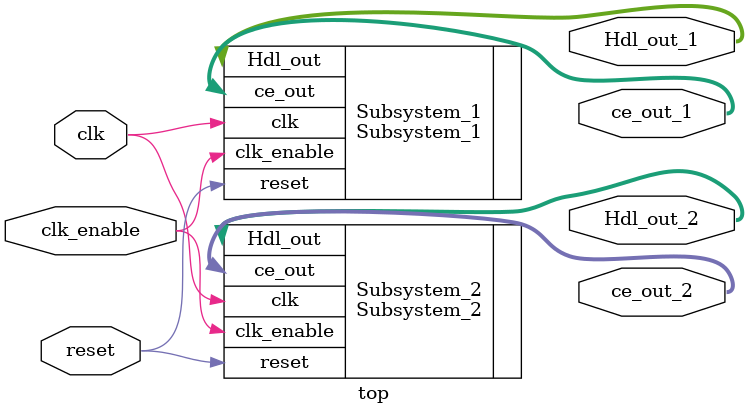
<source format=v>
module top  (Hdl_out_1, Hdl_out_2, ce_out_1, ce_out_2, clk, reset, clk_enable);
output wire [7:0] Hdl_out_1;
output wire [7:0] Hdl_out_2;
output wire [7:0] ce_out_1;
output wire [7:0] ce_out_2;
input wire clk;
input wire reset;
input wire clk_enable;
wire result;
Subsystem_1 Subsystem_1 (.Hdl_out(Hdl_out_1), .ce_out(ce_out_1), .clk(clk), .reset(reset), .clk_enable(clk_enable));
Subsystem_2 Subsystem_2 (.Hdl_out(Hdl_out_2), .ce_out(ce_out_2), .clk(clk), .reset(reset), .clk_enable(clk_enable));
//always
//@(posedge clk) begin
//assert ((Hdl_out_1 == Hdl_out_2));
//end
assign result = (Hdl_out_1 == Hdl_out_2)? 'b1 :1'b0;
endmodule
</source>
